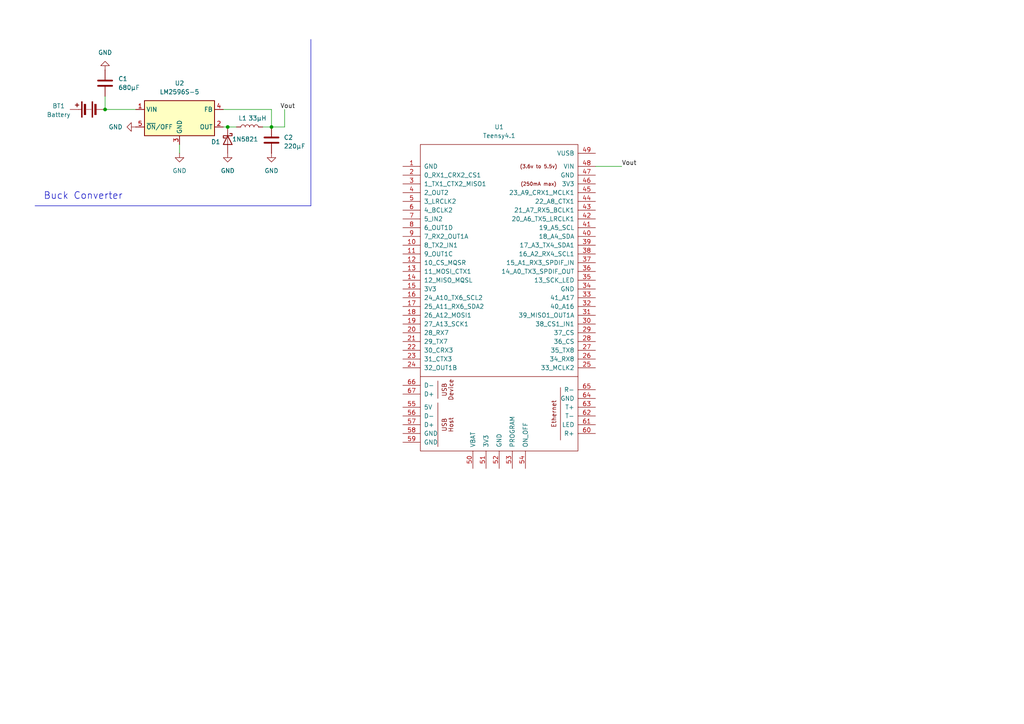
<source format=kicad_sch>
(kicad_sch (version 20250114) (generator "eeschema") (generator_version "9.0")
  (paper "A4")
  (lib_symbols
    (symbol "Device:Battery" (pin_numbers (hide yes)) (pin_names (offset 0) (hide yes))
      (property "Reference" "BT" (at 2.54 2.54 0))
      (property "Value" "Battery" (at 2.54 0 0))
      (symbol "Battery_0_1"
        (rectangle (start -2.286 1.778) (end 2.286 1.524) (fill (type outline)))
        (rectangle (start -2.286 -1.27) (end 2.286 -1.524) (fill (type outline)))
        (rectangle (start -1.524 1.016) (end 1.524 0.508) (fill (type outline)))
        (rectangle (start -1.524 -2.032) (end 1.524 -2.54) (fill (type outline)))
        (polyline (pts (xy 0 1.778) (xy 0 2.54)))
        (polyline (pts (xy 0 0) (xy 0 0.254)))
        (polyline (pts (xy 0 -0.508) (xy 0 -0.254)))
        (polyline (pts (xy 0 -1.016) (xy 0 -0.762)))
        (polyline (pts (xy 0.762 3.048) (xy 1.778 3.048)) (stroke (width 0.254)))
        (polyline (pts (xy 1.27 3.556) (xy 1.27 2.54)) (stroke (width 0.254)))
      )
      (symbol "Battery_1_1"
        (pin passive line (at 0 5.08 270) (length 2.54) (name "+") (number "1"))
        (pin passive line (at 0 -5.08 90) (length 2.54) (name "-") (number "2"))
      )
    )
    (symbol "Device:C" (pin_numbers (hide yes)) (pin_names (offset 0.254))
      (property "Reference" "C" (at 0.635 2.54 0))
      (property "Value" "C" (at 0.635 -2.54 0))
      (symbol "C_0_1"
        (polyline (pts (xy -2.032 0.762) (xy 2.032 0.762)) (stroke (width 0.508)))
        (polyline (pts (xy -2.032 -0.762) (xy 2.032 -0.762)) (stroke (width 0.508)))
      )
      (symbol "C_1_1"
        (pin passive line (at 0 3.81 270) (length 2.794) (name "~") (number "1"))
        (pin passive line (at 0 -3.81 90) (length 2.794) (name "~") (number "2"))
      )
    )
    (symbol "Device:L" (pin_numbers (hide yes)) (pin_names (offset 1.016) (hide yes))
      (property "Reference" "L" (at -1.27 0 90))
      (property "Value" "L" (at 1.905 0 90))
      (symbol "L_0_1"
        (arc (start 0 2.54) (mid 0.6323 1.905) (end 0 1.27))
        (arc (start 0 1.27) (mid 0.6323 0.635) (end 0 0))
        (arc (start 0 0) (mid 0.6323 -0.635) (end 0 -1.27))
        (arc (start 0 -1.27) (mid 0.6323 -1.905) (end 0 -2.54))
      )
      (symbol "L_1_1"
        (pin passive line (at 0 3.81 270) (length 1.27) (name "1") (number "1"))
        (pin passive line (at 0 -3.81 90) (length 1.27) (name "2") (number "2"))
      )
    )
    (symbol "Diode:1N5821" (pin_numbers (hide yes)) (pin_names (offset 1.016) (hide yes))
      (property "Reference" "D" (at 0 2.54 0))
      (property "Value" "1N5821" (at 0 -2.54 0))
      (symbol "1N5821_0_1"
        (polyline (pts (xy -1.905 0.635) (xy -1.905 1.27) (xy -1.27 1.27) (xy -1.27 -1.27) (xy -0.635 -1.27) (xy -0.635 -0.635)) (stroke (width 0.254)))
        (polyline (pts (xy 1.27 1.27) (xy 1.27 -1.27) (xy -1.27 0) (xy 1.27 1.27)) (stroke (width 0.254)))
        (polyline (pts (xy 1.27 0) (xy -1.27 0)))
      )
      (symbol "1N5821_1_1"
        (pin passive line (at -3.81 0 0) (length 2.54) (name "K") (number "1"))
        (pin passive line (at 3.81 0 180) (length 2.54) (name "A") (number "2"))
      )
    )
    (symbol "Regulator_Switching:LM2596S-5"
      (property "Reference" "U" (at -10.16 6.35 0))
      (property "Value" "LM2596S-5" (at 0 6.35 0))
      (symbol "LM2596S-5_0_1"
        (rectangle (start -10.16 5.08) (end 10.16 -5.08) (stroke (width 0.254)) (fill (type background)))
      )
      (symbol "LM2596S-5_1_1"
        (pin power_in line (at -12.7 2.54 0) (length 2.54) (name "VIN") (number "1"))
        (pin input line (at -12.7 -2.54 0) (length 2.54) (name "~{ON}/OFF") (number "5"))
        (pin power_in line (at 0 -7.62 90) (length 2.54) (name "GND") (number "3"))
        (pin input line (at 12.7 2.54 180) (length 2.54) (name "FB") (number "4"))
        (pin output line (at 12.7 -2.54 180) (length 2.54) (name "OUT") (number "2"))
      )
    )
    (symbol "power:GND" (power) (pin_numbers (hide yes)) (pin_names (offset 0) (hide yes))
      (property "Value" "GND" (at 0 -3.81 0))
      (symbol "GND_0_1"
        (polyline (pts (xy 0 0) (xy 0 -1.27) (xy 1.27 -1.27) (xy 0 -2.54) (xy -1.27 -1.27) (xy 0 -1.27)))
      )
      (symbol "GND_1_1"
        (pin power_in line (at 0 0 270) (length 0) (name "~") (number "1"))
      )
    )
    (symbol "teensy:Teensy4.1" (pin_names (offset 1.016))
      (property "Reference" "U" (at 0 64.77 0))
      (property "Value" "Teensy4.1" (at 0 62.23 0))
      (symbol "Teensy4.1_0_0"
        (polyline (pts (xy -22.86 -6.35) (xy 22.86 -6.35)))
        (polyline (pts (xy -17.78 -7.62) (xy -17.78 -12.7)))
        (polyline (pts (xy -17.78 -26.67) (xy -17.78 -13.97)))
        (polyline (pts (xy 17.78 -9.525) (xy 17.78 -24.765)))
        (text "USB" (at -15.875 -10.16 900) (effects (font (size 1.27 1.27))))
        (text "USB" (at -15.875 -20.32 900) (effects (font (size 1.27 1.27))))
        (text "Device" (at -13.97 -10.16 900) (effects (font (size 1.27 1.27))))
        (text "Host" (at -13.97 -20.32 900) (effects (font (size 1.27 1.27))))
        (text "(3.6v to 5.5v)" (at 11.43 54.61 0) (effects (font (size 1.016 1.016))))
        (text "(250mA max)" (at 11.43 49.53 0) (effects (font (size 1.016 1.016))))
        (text "Ethernet" (at 15.875 -17.145 900) (effects (font (size 1.27 1.27))))
        (pin bidirectional line (at -27.94 44.45 0) (length 5.08) (name "3_LRCLK2") (number "5"))
        (pin bidirectional line (at -27.94 41.91 0) (length 5.08) (name "4_BCLK2") (number "6"))
        (pin bidirectional line (at -27.94 39.37 0) (length 5.08) (name "5_IN2") (number "7"))
        (pin bidirectional line (at -27.94 36.83 0) (length 5.08) (name "6_OUT1D") (number "8"))
        (pin bidirectional line (at -27.94 34.29 0) (length 5.08) (name "7_RX2_OUT1A") (number "9"))
        (pin bidirectional line (at -27.94 31.75 0) (length 5.08) (name "8_TX2_IN1") (number "10"))
        (pin bidirectional line (at -27.94 29.21 0) (length 5.08) (name "9_OUT1C") (number "11"))
        (pin bidirectional line (at -27.94 26.67 0) (length 5.08) (name "10_CS_MQSR") (number "12"))
        (pin bidirectional line (at -27.94 24.13 0) (length 5.08) (name "11_MOSI_CTX1") (number "13"))
        (pin bidirectional line (at -27.94 21.59 0) (length 5.08) (name "12_MISO_MQSL") (number "14"))
        (pin power_in line (at -27.94 19.05 0) (length 5.08) (name "3V3") (number "15"))
        (pin bidirectional line (at -27.94 16.51 0) (length 5.08) (name "24_A10_TX6_SCL2") (number "16"))
        (pin bidirectional line (at -27.94 13.97 0) (length 5.08) (name "25_A11_RX6_SDA2") (number "17"))
        (pin bidirectional line (at -27.94 11.43 0) (length 5.08) (name "26_A12_MOSI1") (number "18"))
        (pin bidirectional line (at -27.94 8.89 0) (length 5.08) (name "27_A13_SCK1") (number "19"))
        (pin bidirectional line (at -27.94 6.35 0) (length 5.08) (name "28_RX7") (number "20"))
        (pin bidirectional line (at -27.94 3.81 0) (length 5.08) (name "29_TX7") (number "21"))
        (pin bidirectional line (at -27.94 1.27 0) (length 5.08) (name "30_CRX3") (number "22"))
        (pin bidirectional line (at -27.94 -1.27 0) (length 5.08) (name "31_CTX3") (number "23"))
        (pin bidirectional line (at -27.94 -3.81 0) (length 5.08) (name "32_OUT1B") (number "24"))
        (pin bidirectional line (at -27.94 -8.89 0) (length 5.08) (name "D-") (number "66"))
        (pin bidirectional line (at -27.94 -11.43 0) (length 5.08) (name "D+") (number "67"))
        (pin power_out line (at -27.94 -15.24 0) (length 5.08) (name "5V") (number "55"))
        (pin bidirectional line (at -27.94 -17.78 0) (length 5.08) (name "D-") (number "56"))
        (pin bidirectional line (at -27.94 -20.32 0) (length 5.08) (name "D+") (number "57"))
        (pin power_in line (at -27.94 -22.86 0) (length 5.08) (name "GND") (number "58"))
        (pin power_in line (at -27.94 -25.4 0) (length 5.08) (name "GND") (number "59"))
        (pin power_in line (at -7.62 -33.02 90) (length 5.08) (name "VBAT") (number "50"))
        (pin power_in line (at -3.81 -33.02 90) (length 5.08) (name "3V3") (number "51"))
        (pin input line (at 0 -33.02 90) (length 5.08) (name "GND") (number "52"))
        (pin input line (at 3.81 -33.02 90) (length 5.08) (name "PROGRAM") (number "53"))
        (pin input line (at 7.62 -33.02 90) (length 5.08) (name "ON_OFF") (number "54"))
        (pin power_out line (at 27.94 58.42 180) (length 5.08) (name "VUSB") (number "49"))
        (pin power_in line (at 27.94 54.61 180) (length 5.08) (name "VIN") (number "48"))
        (pin output line (at 27.94 52.07 180) (length 5.08) (name "GND") (number "47"))
        (pin output line (at 27.94 49.53 180) (length 5.08) (name "3V3") (number "46"))
        (pin bidirectional line (at 27.94 46.99 180) (length 5.08) (name "23_A9_CRX1_MCLK1") (number "45"))
        (pin bidirectional line (at 27.94 44.45 180) (length 5.08) (name "22_A8_CTX1") (number "44"))
        (pin bidirectional line (at 27.94 41.91 180) (length 5.08) (name "21_A7_RX5_BCLK1") (number "43"))
        (pin bidirectional line (at 27.94 39.37 180) (length 5.08) (name "20_A6_TX5_LRCLK1") (number "42"))
        (pin bidirectional line (at 27.94 36.83 180) (length 5.08) (name "19_A5_SCL") (number "41"))
        (pin bidirectional line (at 27.94 34.29 180) (length 5.08) (name "18_A4_SDA") (number "40"))
        (pin bidirectional line (at 27.94 31.75 180) (length 5.08) (name "17_A3_TX4_SDA1") (number "39"))
        (pin bidirectional line (at 27.94 29.21 180) (length 5.08) (name "16_A2_RX4_SCL1") (number "38"))
        (pin bidirectional line (at 27.94 26.67 180) (length 5.08) (name "15_A1_RX3_SPDIF_IN") (number "37"))
        (pin bidirectional line (at 27.94 24.13 180) (length 5.08) (name "14_A0_TX3_SPDIF_OUT") (number "36"))
        (pin bidirectional line (at 27.94 21.59 180) (length 5.08) (name "13_SCK_LED") (number "35"))
        (pin bidirectional line (at 27.94 16.51 180) (length 5.08) (name "41_A17") (number "33"))
        (pin bidirectional line (at 27.94 13.97 180) (length 5.08) (name "40_A16") (number "32"))
        (pin bidirectional line (at 27.94 11.43 180) (length 5.08) (name "39_MISO1_OUT1A") (number "31"))
        (pin bidirectional line (at 27.94 8.89 180) (length 5.08) (name "38_CS1_IN1") (number "30"))
        (pin bidirectional line (at 27.94 6.35 180) (length 5.08) (name "37_CS") (number "29"))
        (pin bidirectional line (at 27.94 3.81 180) (length 5.08) (name "36_CS") (number "28"))
        (pin bidirectional line (at 27.94 1.27 180) (length 5.08) (name "35_TX8") (number "27"))
        (pin bidirectional line (at 27.94 -1.27 180) (length 5.08) (name "34_RX8") (number "26"))
        (pin bidirectional line (at 27.94 -3.81 180) (length 5.08) (name "33_MCLK2") (number "25"))
        (pin bidirectional line (at 27.94 -10.16 180) (length 5.08) (name "R-") (number "65"))
        (pin power_in line (at 27.94 -12.7 180) (length 5.08) (name "GND") (number "64"))
        (pin bidirectional line (at 27.94 -15.24 180) (length 5.08) (name "T+") (number "63"))
        (pin bidirectional line (at 27.94 -17.78 180) (length 5.08) (name "T-") (number "62"))
        (pin bidirectional line (at 27.94 -20.32 180) (length 5.08) (name "LED") (number "61"))
        (pin bidirectional line (at 27.94 -22.86 180) (length 5.08) (name "R+") (number "60"))
      )
      (symbol "Teensy4.1_0_1"
        (rectangle (start -22.86 60.96) (end 22.86 -27.94))
        (rectangle (start -20.32 -1.27) (end -20.32 -1.27))
      )
      (symbol "Teensy4.1_1_1"
        (pin power_in line (at -27.94 54.61 0) (length 5.08) (name "GND") (number "1"))
        (pin bidirectional line (at -27.94 52.07 0) (length 5.08) (name "0_RX1_CRX2_CS1") (number "2"))
        (pin bidirectional line (at -27.94 49.53 0) (length 5.08) (name "1_TX1_CTX2_MISO1") (number "3"))
        (pin bidirectional line (at -27.94 46.99 0) (length 5.08) (name "2_OUT2") (number "4"))
        (pin power_in line (at 27.94 19.05 180) (length 5.08) (name "GND") (number "34"))
      )
    )
  )
  (text "Buck Converter\n" (at 24.13 56.896 0) (effects (font (size 2 2))))
  (junction (at 78.74 36.83))
  (junction (at 30.48 31.75))
  (junction (at 66.04 36.83))
  (wire (pts (xy 52.07 44.45) (xy 52.07 41.91)))
  (wire (pts (xy 30.48 31.75) (xy 39.37 31.75)))
  (wire (pts (xy 172.72 48.26) (xy 180.34 48.26)))
  (wire (pts (xy 66.04 36.83) (xy 68.58 36.83)))
  (polyline (pts (xy 90.17 11.43) (xy 90.17 59.69)))
  (wire (pts (xy 78.74 36.83) (xy 76.2 36.83)))
  (wire (pts (xy 82.55 31.75) (xy 82.55 36.83)))
  (polyline (pts (xy 10.16 59.69) (xy 90.17 59.69)))
  (wire (pts (xy 64.77 36.83) (xy 66.04 36.83)))
  (wire (pts (xy 30.48 27.94) (xy 30.48 31.75)))
  (wire (pts (xy 64.77 31.75) (xy 78.74 31.75)))
  (wire (pts (xy 78.74 31.75) (xy 78.74 36.83)))
  (wire (pts (xy 78.74 36.83) (xy 82.55 36.83)))
  (label "Vout" (at 180.34 48.26 0))
  (label "Vout" (at 81.28 31.75 0))
  (symbol (lib_id "Regulator_Switching:LM2596S-5") (at 52.07 34.29 0) (unit 1)
    (property "Reference" "U2" (at 52.07 24.13 0))
    (property "Value" "LM2596S-5" (at 52.07 26.67 0))
    (property "Footprint" "Package_TO_SOT_SMD:TO-263-5_TabPin3" (effects (hide yes)))
    (property "Datasheet" "http://www.ti.com/lit/ds/symlink/lm2596.pdf" (effects (hide yes)))
    (property "Description" "5V 3A Step-Down Voltage Regulator, TO-263" (effects (hide yes)))
  )
  (symbol (lib_id "Device:Battery") (at 25.4 31.75 90) (unit 1)
    (property "Reference" "BT1" (at 17.018 30.734 90))
    (property "Value" "Battery" (at 17.018 33.274 90))
    (property "Description" "Multiple-cell battery" (effects (hide yes)))
  )
  (symbol (lib_id "teensy:Teensy4.1") (at 144.78 102.87 0) (unit 1)
    (property "Reference" "U1" (at 144.78 36.83 0))
    (property "Value" "Teensy4.1" (at 144.78 39.37 0))
  )
  (symbol (lib_id "power:GND") (at 39.37 36.83 270) (unit 1)
    (property "Reference" "#PWR03" (effects (hide yes)))
    (property "Value" "GND" (at 35.56 36.8299 90) (effects (justify right)))
    (property "Description" "Power symbol creates a global label with name \"GND\" , ground" (effects (hide yes)))
  )
  (symbol (lib_id "Device:L") (at 72.39 36.83 90) (unit 1)
    (property "Reference" "L1" (at 70.358 34.29 90))
    (property "Value" "33µH" (at 74.676 34.29 90))
    (property "Description" "Inductor" (effects (hide yes)))
  )
  (symbol (lib_id "Device:C") (at 78.74 40.64 0) (unit 1)
    (property "Reference" "C2" (at 82.296 39.878 0) (effects (justify left)))
    (property "Value" "220µF" (at 82.296 42.418 0) (effects (justify left)))
    (property "Description" "Unpolarized capacitor" (effects (hide yes)))
  )
  (symbol (lib_id "Diode:1N5821") (at 66.04 40.64 270) (unit 1)
    (property "Reference" "D1" (at 61.214 41.148 90) (effects (justify left)))
    (property "Value" "1N5821" (at 67.31 40.386 90) (effects (justify left)))
    (property "Footprint" "Diode_THT:D_DO-201AD_P15.24mm_Horizontal" (effects (hide yes)))
    (property "Datasheet" "http://www.vishay.com/docs/88526/1n5820.pdf" (effects (hide yes)))
    (property "Description" "30V 3A Schottky Barrier Rectifier Diode, DO-201AD" (effects (hide yes)))
  )
  (symbol (lib_id "power:GND") (at 66.04 44.45 0) (unit 1)
    (property "Reference" "#PWR04" (effects (hide yes)))
    (property "Value" "GND" (at 66.04 49.53 0))
    (property "Description" "Power symbol creates a global label with name \"GND\" , ground" (effects (hide yes)))
  )
  (symbol (lib_id "power:GND") (at 78.74 44.45 0) (unit 1)
    (property "Reference" "#PWR05" (effects (hide yes)))
    (property "Value" "GND" (at 78.74 49.53 0))
    (property "Description" "Power symbol creates a global label with name \"GND\" , ground" (effects (hide yes)))
  )
  (symbol (lib_id "Device:C") (at 30.48 24.13 0) (unit 1)
    (property "Reference" "C1" (at 34.29 22.8599 0) (effects (justify left)))
    (property "Value" "680µF" (at 34.29 25.3999 0) (effects (justify left)))
    (property "Description" "Unpolarized capacitor" (effects (hide yes)))
  )
  (symbol (lib_id "power:GND") (at 52.07 44.45 0) (unit 1)
    (property "Reference" "#PWR02" (effects (hide yes)))
    (property "Value" "GND" (at 52.07 49.53 0))
    (property "Description" "Power symbol creates a global label with name \"GND\" , ground" (effects (hide yes)))
  )
  (symbol (lib_id "power:GND") (at 30.48 20.32 180) (unit 1)
    (property "Reference" "#PWR01" (effects (hide yes)))
    (property "Value" "GND" (at 30.48 15.24 0))
    (property "Description" "Power symbol creates a global label with name \"GND\" , ground" (effects (hide yes)))
  )
)
</source>
